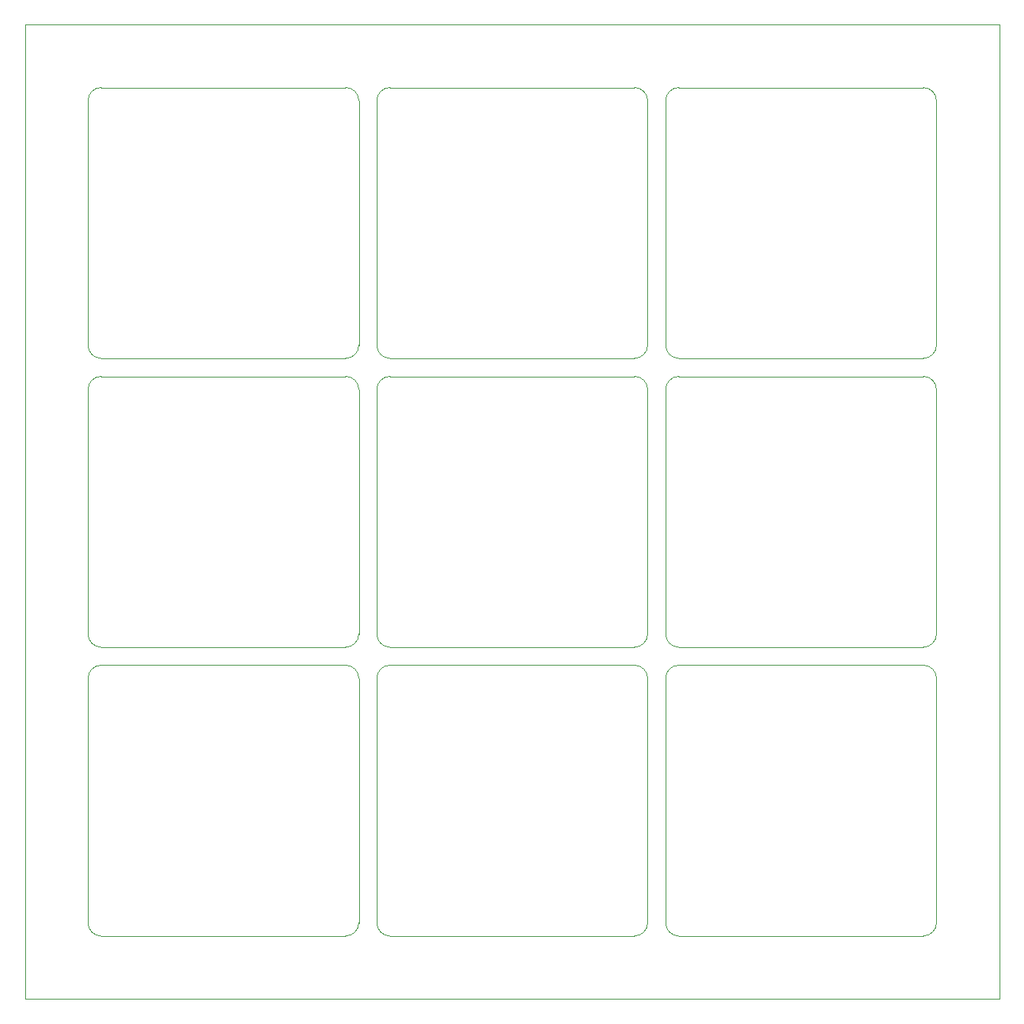
<source format=gko>
G04*
G04 #@! TF.GenerationSoftware,Altium Limited,Altium Designer,23.5.1 (21)*
G04*
G04 Layer_Color=16711935*
%FSAX44Y44*%
%MOMM*%
G71*
G04*
G04 #@! TF.SameCoordinates,899CF12F-B0FD-4176-B9D3-CD2A61966E73*
G04*
G04*
G04 #@! TF.FilePolarity,Positive*
G04*
G01*
G75*
%ADD39C,0.1000*%
D39*
X00000000Y00000000D02*
X01080000D01*
X01080000Y01080000D02*
X01080000Y00000000D01*
X-00000000Y01080000D02*
X00000000Y00000000D01*
X00000000Y01080000D02*
X01080000D01*
X00355516Y00070000D02*
G03*
X00370000Y00084485I00000000J00014485D01*
G01*
X00070000D02*
G03*
X00084485Y00070000I00014485J00000000D01*
G01*
X00084485Y00370000D02*
G03*
X00070000Y00355516I00000000J-00014485D01*
G01*
X00370000D02*
G03*
X00355516Y00370000I-00014485J00000000D01*
G01*
X00370000Y00084485D02*
Y00355515D01*
X00084485Y00070000D02*
X00355515D01*
X00070000Y00084485D02*
Y00355516D01*
X00084485Y00370000D02*
X00355516D01*
X00675516Y00070000D02*
G03*
X00690001Y00084485I00000000J00014485D01*
G01*
X00390000D02*
G03*
X00404485Y00070000I00014485J00000000D01*
G01*
X00404485Y00370000D02*
G03*
X00390000Y00355516I00000000J-00014485D01*
G01*
X00690001D02*
G03*
X00675516Y00370000I-00014485J00000000D01*
G01*
X00690001Y00084485D02*
Y00355515D01*
X00404485Y00070000D02*
X00675516D01*
X00390000Y00084485D02*
Y00355516D01*
X00404485Y00370000D02*
X00675516D01*
X00995516Y00070000D02*
G03*
X01010001Y00084485I00000000J00014485D01*
G01*
X00710001D02*
G03*
X00724485Y00070000I00014485J00000000D01*
G01*
X00724485Y00370000D02*
G03*
X00710001Y00355516I00000000J-00014485D01*
G01*
X01010001D02*
G03*
X00995516Y00370000I-00014485J00000000D01*
G01*
X01010001Y00084485D02*
Y00355515D01*
X00724485Y00070000D02*
X00995516D01*
X00710001Y00084485D02*
Y00355516D01*
X00724485Y00370000D02*
X00995516D01*
X00355516Y00390000D02*
G03*
X00370000Y00404485I00000000J00014485D01*
G01*
X00070000D02*
G03*
X00084485Y00390000I00014485J00000000D01*
G01*
X00084485Y00690000D02*
G03*
X00070000Y00675516I00000000J-00014485D01*
G01*
X00370000D02*
G03*
X00355516Y00690000I-00014485J00000000D01*
G01*
X00370000Y00404485D02*
Y00675516D01*
X00084485Y00390000D02*
X00355515D01*
X00070000Y00404485D02*
Y00675516D01*
X00084485Y00690000D02*
X00355516D01*
X00675516Y00390000D02*
G03*
X00690001Y00404485I00000000J00014485D01*
G01*
X00390000D02*
G03*
X00404485Y00390000I00014485J00000000D01*
G01*
X00404485Y00690000D02*
G03*
X00390000Y00675516I00000000J-00014485D01*
G01*
X00690001D02*
G03*
X00675516Y00690000I-00014485J00000000D01*
G01*
X00690001Y00404485D02*
Y00675516D01*
X00404485Y00390000D02*
X00675516D01*
X00390000Y00404485D02*
Y00675516D01*
X00404485Y00690000D02*
X00675516D01*
X00995516Y00390000D02*
G03*
X01010001Y00404485I00000000J00014485D01*
G01*
X00710001D02*
G03*
X00724485Y00390000I00014485J00000000D01*
G01*
X00724485Y00690000D02*
G03*
X00710001Y00675516I00000000J-00014485D01*
G01*
X01010001D02*
G03*
X00995516Y00690000I-00014485J00000000D01*
G01*
X01010001Y00404485D02*
Y00675516D01*
X00724485Y00390000D02*
X00995516D01*
X00710001Y00404485D02*
Y00675516D01*
X00724485Y00690000D02*
X00995516D01*
X00355516Y00710000D02*
G03*
X00370000Y00724485I00000000J00014485D01*
G01*
X00070000D02*
G03*
X00084485Y00710000I00014485J00000000D01*
G01*
X00084485Y01010001D02*
G03*
X00070000Y00995516I00000000J-00014485D01*
G01*
X00370000D02*
G03*
X00355516Y01010001I-00014485J00000000D01*
G01*
X00370000Y00724485D02*
Y00995516D01*
X00084485Y00710000D02*
X00355515D01*
X00070000Y00724485D02*
Y00995516D01*
X00084485Y01010001D02*
X00355516D01*
X00675516Y00710000D02*
G03*
X00690001Y00724485I00000000J00014485D01*
G01*
X00390000D02*
G03*
X00404485Y00710000I00014485J00000000D01*
G01*
X00404485Y01010001D02*
G03*
X00390000Y00995516I00000000J-00014485D01*
G01*
X00690001D02*
G03*
X00675516Y01010001I-00014485J00000000D01*
G01*
X00690001Y00724485D02*
Y00995516D01*
X00404485Y00710000D02*
X00675516D01*
X00390000Y00724485D02*
Y00995516D01*
X00404485Y01010001D02*
X00675516D01*
X00995516Y00710000D02*
G03*
X01010001Y00724485I00000000J00014485D01*
G01*
X00710001D02*
G03*
X00724485Y00710000I00014485J00000000D01*
G01*
X00724485Y01010001D02*
G03*
X00710001Y00995516I00000000J-00014485D01*
G01*
X01010001D02*
G03*
X00995516Y01010001I-00014485J00000000D01*
G01*
X01010001Y00724485D02*
Y00995516D01*
X00724485Y00710000D02*
X00995516D01*
X00710001Y00724485D02*
Y00995516D01*
X00724485Y01010001D02*
X00995516D01*
M02*

</source>
